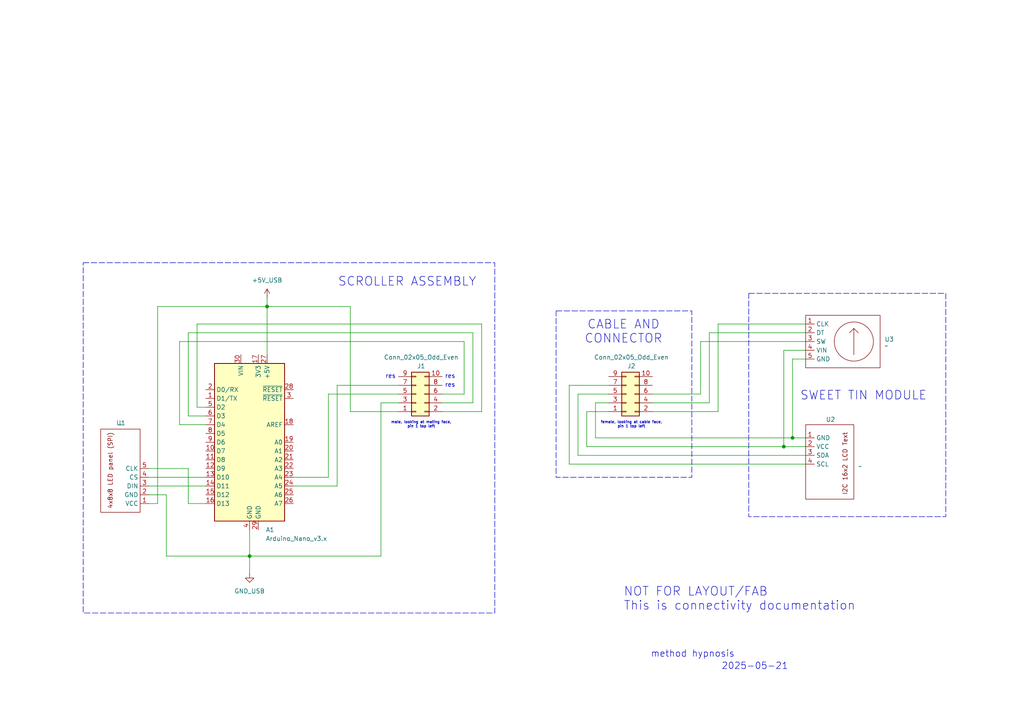
<source format=kicad_sch>
(kicad_sch (version 20250114) (generator "eeschema") (generator_version "9.0")
  (paper "A4")
  (lib_symbols
    (symbol "AlexH_personal:AZDelivery_4x8x8_LED_display_SPI"
      (property "Reference" "U" (at 0 0 0))
      (symbol "AZDelivery_4x8x8_LED_display_SPI_0_1"
        (rectangle (start -6.35 -2.54) (end 5.08 -26.67))
      )
      (symbol "AZDelivery_4x8x8_LED_display_SPI_1_1"
        (text "4x8x8 LED panel (SPI)" (at 2.286 -14.732 900) (effects (font (size 1.27 1.27))))
        (pin input line (at -8.89 -5.08 0) (length 2.54) (name "VCC") (number "1"))
        (pin input line (at -8.89 -7.62 0) (length 2.54) (name "GND") (number "2"))
        (pin input line (at -8.89 -10.16 0) (length 2.54) (name "DIN") (number "3"))
        (pin input line (at -8.89 -12.7 0) (length 2.54) (name "CS") (number "4"))
        (pin input line (at -8.89 -15.24 0) (length 2.54) (name "CLK") (number "5"))
      )
    )
    (symbol "AlexH_personal:AZDelivery_I2C_16x2_LCD_Text_Display"
      (property "Reference" "U" (at 0 0 0))
      (symbol "AZDelivery_I2C_16x2_LCD_Text_Display_0_1"
        (rectangle (start -2.54 -1.27) (end 11.43 -22.86))
      )
      (symbol "AZDelivery_I2C_16x2_LCD_Text_Display_1_1"
        (text "I2C 16x2 LCD Text" (at 8.89 -12.446 900) (effects (font (size 1.27 1.27))))
        (pin input line (at -2.54 -5.08 0) (length 2.54) (name "GND") (number "1"))
        (pin input line (at -2.54 -7.62 0) (length 2.54) (name "VCC") (number "2"))
        (pin input line (at -2.54 -10.16 0) (length 2.54) (name "SDA") (number "3"))
        (pin input line (at -2.54 -12.7 0) (length 2.54) (name "SCL") (number "4"))
      )
    )
    (symbol "AlexH_personal:Rotary_Encoded_SW_includes_pullups"
      (property "Reference" "U" (at 0 0 0))
      (symbol "Rotary_Encoded_SW_includes_pullups_0_1"
        (rectangle (start -10.16 -1.27) (end 11.43 -16.51))
        (polyline (pts (xy 2.54 -6.35) (xy 3.81 -5.08) (xy 5.08 -6.35)))
        (polyline (pts (xy 3.81 -5.08) (xy 3.81 -5.08)))
        (polyline (pts (xy 3.81 -5.08) (xy 3.81 -12.7)))
        (circle (center 3.81 -8.89) (radius 5.6796))
      )
      (symbol "Rotary_Encoded_SW_includes_pullups_1_1"
        (pin input line (at -10.16 -3.81 0) (length 2.54) (name "CLK") (number "1"))
        (pin input line (at -10.16 -6.35 0) (length 2.54) (name "DT") (number "2"))
        (pin input line (at -10.16 -8.89 0) (length 2.54) (name "SW") (number "3"))
        (pin input line (at -10.16 -11.43 0) (length 2.54) (name "VIN") (number "4"))
        (pin input line (at -10.16 -13.97 0) (length 2.54) (name "GND") (number "5"))
      )
    )
    (symbol "Connector_Generic:Conn_02x05_Odd_Even" (pin_names (offset 1.016) (hide yes))
      (property "Reference" "J" (at 1.27 7.62 0))
      (property "Value" "Conn_02x05_Odd_Even" (at 1.27 -7.62 0))
      (symbol "Conn_02x05_Odd_Even_1_1"
        (rectangle (start -1.27 6.35) (end 3.81 -6.35) (stroke (width 0.254)) (fill (type background)))
        (rectangle (start -1.27 5.207) (end 0 4.953) (stroke (width 0.1524)))
        (rectangle (start -1.27 2.667) (end 0 2.413) (stroke (width 0.1524)))
        (rectangle (start -1.27 0.127) (end 0 -0.127) (stroke (width 0.1524)))
        (rectangle (start -1.27 -2.413) (end 0 -2.667) (stroke (width 0.1524)))
        (rectangle (start -1.27 -4.953) (end 0 -5.207) (stroke (width 0.1524)))
        (rectangle (start 3.81 5.207) (end 2.54 4.953) (stroke (width 0.1524)))
        (rectangle (start 3.81 2.667) (end 2.54 2.413) (stroke (width 0.1524)))
        (rectangle (start 3.81 0.127) (end 2.54 -0.127) (stroke (width 0.1524)))
        (rectangle (start 3.81 -2.413) (end 2.54 -2.667) (stroke (width 0.1524)))
        (rectangle (start 3.81 -4.953) (end 2.54 -5.207) (stroke (width 0.1524)))
        (pin passive line (at -5.08 5.08 0) (length 3.81) (name "Pin_1") (number "1"))
        (pin passive line (at -5.08 2.54 0) (length 3.81) (name "Pin_3") (number "3"))
        (pin passive line (at -5.08 0 0) (length 3.81) (name "Pin_5") (number "5"))
        (pin passive line (at -5.08 -2.54 0) (length 3.81) (name "Pin_7") (number "7"))
        (pin passive line (at -5.08 -5.08 0) (length 3.81) (name "Pin_9") (number "9"))
        (pin passive line (at 7.62 5.08 180) (length 3.81) (name "Pin_2") (number "2"))
        (pin passive line (at 7.62 2.54 180) (length 3.81) (name "Pin_4") (number "4"))
        (pin passive line (at 7.62 0 180) (length 3.81) (name "Pin_6") (number "6"))
        (pin passive line (at 7.62 -2.54 180) (length 3.81) (name "Pin_8") (number "8"))
        (pin passive line (at 7.62 -5.08 180) (length 3.81) (name "Pin_10") (number "10"))
      )
    )
    (symbol "MCU_Module:Arduino_Nano_v3.x"
      (property "Reference" "A" (at -10.16 23.495 0))
      (property "Value" "Arduino_Nano_v3.x" (at 5.08 -24.13 0))
      (symbol "Arduino_Nano_v3.x_0_1"
        (rectangle (start -10.16 22.86) (end 10.16 -22.86) (stroke (width 0.254)) (fill (type background)))
      )
      (symbol "Arduino_Nano_v3.x_1_1"
        (pin bidirectional line (at -12.7 15.24 0) (length 2.54) (name "D0/RX") (number "2"))
        (pin bidirectional line (at -12.7 12.7 0) (length 2.54) (name "D1/TX") (number "1"))
        (pin bidirectional line (at -12.7 10.16 0) (length 2.54) (name "D2") (number "5"))
        (pin bidirectional line (at -12.7 7.62 0) (length 2.54) (name "D3") (number "6"))
        (pin bidirectional line (at -12.7 5.08 0) (length 2.54) (name "D4") (number "7"))
        (pin bidirectional line (at -12.7 2.54 0) (length 2.54) (name "D5") (number "8"))
        (pin bidirectional line (at -12.7 0 0) (length 2.54) (name "D6") (number "9"))
        (pin bidirectional line (at -12.7 -2.54 0) (length 2.54) (name "D7") (number "10"))
        (pin bidirectional line (at -12.7 -5.08 0) (length 2.54) (name "D8") (number "11"))
        (pin bidirectional line (at -12.7 -7.62 0) (length 2.54) (name "D9") (number "12"))
        (pin bidirectional line (at -12.7 -10.16 0) (length 2.54) (name "D10") (number "13"))
        (pin bidirectional line (at -12.7 -12.7 0) (length 2.54) (name "D11") (number "14"))
        (pin bidirectional line (at -12.7 -15.24 0) (length 2.54) (name "D12") (number "15"))
        (pin bidirectional line (at -12.7 -17.78 0) (length 2.54) (name "D13") (number "16"))
        (pin power_in line (at -2.54 25.4 270) (length 2.54) (name "VIN") (number "30"))
        (pin power_in line (at 0 -25.4 90) (length 2.54) (name "GND") (number "4"))
        (pin power_out line (at 2.54 25.4 270) (length 2.54) (name "3V3") (number "17"))
        (pin power_in line (at 2.54 -25.4 90) (length 2.54) (name "GND") (number "29"))
        (pin power_out line (at 5.08 25.4 270) (length 2.54) (name "+5V") (number "27"))
        (pin input line (at 12.7 15.24 180) (length 2.54) (name "~{RESET}") (number "28"))
        (pin input line (at 12.7 12.7 180) (length 2.54) (name "~{RESET}") (number "3"))
        (pin input line (at 12.7 5.08 180) (length 2.54) (name "AREF") (number "18"))
        (pin bidirectional line (at 12.7 0 180) (length 2.54) (name "A0") (number "19"))
        (pin bidirectional line (at 12.7 -2.54 180) (length 2.54) (name "A1") (number "20"))
        (pin bidirectional line (at 12.7 -5.08 180) (length 2.54) (name "A2") (number "21"))
        (pin bidirectional line (at 12.7 -7.62 180) (length 2.54) (name "A3") (number "22"))
        (pin bidirectional line (at 12.7 -10.16 180) (length 2.54) (name "A4") (number "23"))
        (pin bidirectional line (at 12.7 -12.7 180) (length 2.54) (name "A5") (number "24"))
        (pin bidirectional line (at 12.7 -15.24 180) (length 2.54) (name "A6") (number "25"))
        (pin bidirectional line (at 12.7 -17.78 180) (length 2.54) (name "A7") (number "26"))
      )
    )
    (symbol "power:+5V" (power) (pin_numbers (hide yes)) (pin_names (offset 0) (hide yes))
      (property "Value" "+5V" (at 0 3.556 0))
      (symbol "+5V_0_1"
        (polyline (pts (xy -0.762 1.27) (xy 0 2.54)))
        (polyline (pts (xy 0 2.54) (xy 0.762 1.27)))
        (polyline (pts (xy 0 0) (xy 0 2.54)))
      )
      (symbol "+5V_1_1"
        (pin power_in line (at 0 0 90) (length 0) (name "~") (number "1"))
      )
    )
    (symbol "power:GND" (power) (pin_numbers (hide yes)) (pin_names (offset 0) (hide yes))
      (property "Value" "GND" (at 0 -3.81 0))
      (symbol "GND_0_1"
        (polyline (pts (xy 0 0) (xy 0 -1.27) (xy 1.27 -1.27) (xy 0 -2.54) (xy -1.27 -1.27) (xy 0 -1.27)))
      )
      (symbol "GND_1_1"
        (pin power_in line (at 0 0 270) (length 0) (name "~") (number "1"))
      )
    )
  )
  (rectangle (start 24.13 76.2) (end 143.51 177.8) (stroke (width 0) (type dash)))
  (rectangle (start 217.17 85.09) (end 274.32 149.86) (stroke (width 0) (type dash)))
  (rectangle (start 161.29 90.17) (end 200.66 138.43) (stroke (width 0) (type dash)))
  (text "female, looking at cable face,\npin 1 top left" (at 183.134 123.19 0) (effects (font (size 0.762 0.762))))
  (text "res" (at 130.556 109.22 0) (effects (font (size 1.27 1.27))))
  (text "NOT FOR LAYOUT/FAB\nThis is connectivity documentation" (at 180.848 173.736 0) (effects (font (size 2.54 2.54)) (justify left)))
  (text "male, looking at mating face,\npin 1 top left" (at 122.174 123.19 0) (effects (font (size 0.762 0.762))))
  (text "method hypnosis" (at 200.914 189.738 0) (effects (font (size 1.905 1.905))))
  (text "CABLE AND\nCONNECTOR" (at 180.848 96.266 0) (effects (font (size 2.54 2.54))))
  (text "2025-05-21" (at 218.948 193.294 0) (effects (font (size 1.905 1.905))))
  (text "res" (at 130.556 111.76 0) (effects (font (size 1.27 1.27))))
  (text "SCROLLER ASSEMBLY" (at 118.11 81.788 0) (effects (font (size 2.54 2.54))))
  (text "SWEET TIN MODULE" (at 250.444 114.808 0) (effects (font (size 2.54 2.54))))
  (text "res" (at 113.284 109.22 0) (effects (font (size 1.27 1.27))))
  (junction (at 229.87 127))
  (junction (at 72.39 161.29))
  (junction (at 227.33 129.54))
  (junction (at 77.47 88.9))
  (wire (pts (xy 45.72 88.9) (xy 77.47 88.9)))
  (wire (pts (xy 203.2 99.06) (xy 233.68 99.06)))
  (wire (pts (xy 189.23 114.3) (xy 203.2 114.3)))
  (wire (pts (xy 43.18 138.43) (xy 59.69 138.43)))
  (wire (pts (xy 128.27 114.3) (xy 134.62 114.3)))
  (wire (pts (xy 52.07 123.19) (xy 59.69 123.19)))
  (wire (pts (xy 115.57 116.84) (xy 110.49 116.84)))
  (wire (pts (xy 110.49 116.84) (xy 110.49 161.29)))
  (wire (pts (xy 45.72 146.05) (xy 45.72 88.9)))
  (wire (pts (xy 77.47 88.9) (xy 101.6 88.9)))
  (wire (pts (xy 97.79 111.76) (xy 115.57 111.76)))
  (wire (pts (xy 57.15 118.11) (xy 59.69 118.11)))
  (wire (pts (xy 97.79 140.97) (xy 97.79 111.76)))
  (wire (pts (xy 167.64 114.3) (xy 167.64 132.08)))
  (wire (pts (xy 72.39 161.29) (xy 72.39 166.37)))
  (wire (pts (xy 77.47 86.36) (xy 77.47 88.9)))
  (wire (pts (xy 139.7 93.98) (xy 57.15 93.98)))
  (wire (pts (xy 203.2 99.06) (xy 203.2 114.3)))
  (wire (pts (xy 165.1 134.62) (xy 233.68 134.62)))
  (wire (pts (xy 85.09 140.97) (xy 97.79 140.97)))
  (wire (pts (xy 205.74 116.84) (xy 205.74 96.52)))
  (wire (pts (xy 54.61 120.65) (xy 59.69 120.65)))
  (wire (pts (xy 167.64 132.08) (xy 233.68 132.08)))
  (wire (pts (xy 52.07 99.06) (xy 52.07 123.19)))
  (wire (pts (xy 176.53 114.3) (xy 167.64 114.3)))
  (wire (pts (xy 172.72 127) (xy 229.87 127)))
  (wire (pts (xy 54.61 146.05) (xy 54.61 135.89)))
  (wire (pts (xy 170.18 129.54) (xy 227.33 129.54)))
  (wire (pts (xy 172.72 116.84) (xy 172.72 127)))
  (wire (pts (xy 134.62 99.06) (xy 134.62 114.3)))
  (wire (pts (xy 208.28 119.38) (xy 208.28 93.98)))
  (wire (pts (xy 95.25 138.43) (xy 95.25 114.3)))
  (wire (pts (xy 101.6 88.9) (xy 101.6 119.38)))
  (wire (pts (xy 170.18 119.38) (xy 170.18 129.54)))
  (wire (pts (xy 54.61 96.52) (xy 54.61 120.65)))
  (wire (pts (xy 233.68 93.98) (xy 208.28 93.98)))
  (wire (pts (xy 189.23 119.38) (xy 208.28 119.38)))
  (wire (pts (xy 57.15 93.98) (xy 57.15 118.11)))
  (wire (pts (xy 43.18 143.51) (xy 48.26 143.51)))
  (wire (pts (xy 52.07 99.06) (xy 134.62 99.06)))
  (wire (pts (xy 59.69 146.05) (xy 54.61 146.05)))
  (wire (pts (xy 43.18 146.05) (xy 45.72 146.05)))
  (wire (pts (xy 101.6 119.38) (xy 115.57 119.38)))
  (wire (pts (xy 189.23 116.84) (xy 205.74 116.84)))
  (wire (pts (xy 176.53 116.84) (xy 172.72 116.84)))
  (wire (pts (xy 128.27 116.84) (xy 137.16 116.84)))
  (wire (pts (xy 176.53 119.38) (xy 170.18 119.38)))
  (wire (pts (xy 137.16 96.52) (xy 137.16 116.84)))
  (wire (pts (xy 229.87 104.14) (xy 229.87 127)))
  (wire (pts (xy 72.39 161.29) (xy 110.49 161.29)))
  (wire (pts (xy 205.74 96.52) (xy 233.68 96.52)))
  (wire (pts (xy 128.27 119.38) (xy 139.7 119.38)))
  (wire (pts (xy 48.26 161.29) (xy 72.39 161.29)))
  (wire (pts (xy 233.68 127) (xy 229.87 127)))
  (wire (pts (xy 54.61 96.52) (xy 137.16 96.52)))
  (wire (pts (xy 229.87 104.14) (xy 233.68 104.14)))
  (wire (pts (xy 95.25 114.3) (xy 115.57 114.3)))
  (wire (pts (xy 165.1 111.76) (xy 165.1 134.62)))
  (wire (pts (xy 233.68 129.54) (xy 227.33 129.54)))
  (wire (pts (xy 43.18 140.97) (xy 59.69 140.97)))
  (wire (pts (xy 48.26 143.51) (xy 48.26 161.29)))
  (wire (pts (xy 72.39 153.67) (xy 72.39 161.29)))
  (wire (pts (xy 77.47 88.9) (xy 77.47 102.87)))
  (wire (pts (xy 139.7 93.98) (xy 139.7 119.38)))
  (wire (pts (xy 85.09 138.43) (xy 95.25 138.43)))
  (wire (pts (xy 227.33 101.6) (xy 233.68 101.6)))
  (wire (pts (xy 43.18 135.89) (xy 54.61 135.89)))
  (wire (pts (xy 227.33 129.54) (xy 227.33 101.6)))
  (wire (pts (xy 176.53 111.76) (xy 165.1 111.76)))
  (symbol (lib_id "AlexH_personal:AZDelivery_I2C_16x2_LCD_Text_Display") (at 236.22 121.92 0) (unit 1)
    (property "Reference" "U2" (at 239.522 121.666 0) (effects (justify left)))
    (property "Value" "~" (at 248.92 135.255 0) (effects (justify left)))
  )
  (symbol (lib_id "MCU_Module:Arduino_Nano_v3.x") (at 72.39 128.27 0) (unit 1)
    (property "Reference" "A1" (at 77.0733 153.67 0) (effects (justify left)))
    (property "Value" "Arduino_Nano_v3.x" (at 77.0733 156.21 0) (effects (justify left)))
    (property "Footprint" "Module:Arduino_Nano" (effects (hide yes)))
    (property "Datasheet" "http://www.mouser.com/pdfdocs/Gravitech_Arduino_Nano3_0.pdf" (effects (hide yes)))
    (property "Description" "Arduino Nano v3.x" (effects (hide yes)))
  )
  (symbol (lib_id "power:GND") (at 72.39 166.37 0) (unit 1)
    (property "Reference" "#PWR02" (effects (hide yes)))
    (property "Value" "GND_USB" (at 72.39 171.45 0))
    (property "Description" "Power symbol creates a global label with name \"GND\" , ground" (effects (hide yes)))
  )
  (symbol (lib_id "power:+5V") (at 77.47 86.36 0) (unit 1)
    (property "Reference" "#PWR01" (effects (hide yes)))
    (property "Value" "+5V_USB" (at 77.47 81.28 0))
    (property "Description" "Power symbol creates a global label with name \"+5V\"" (effects (hide yes)))
  )
  (symbol (lib_id "Connector_Generic:Conn_02x05_Odd_Even") (at 181.61 114.3 0) (mirror x) (unit 1)
    (property "Reference" "J2" (at 183.134 106.172 0))
    (property "Value" "Conn_02x05_Odd_Even" (at 183.134 103.632 0))
    (property "Description" "Generic connector, double row, 02x05, odd/even pin numbering scheme (row 1 odd numbers, row 2 even numbers), script generated (kicad-library-utils/schlib/autogen/connector/)" (effects (hide yes)))
  )
  (symbol (lib_id "AlexH_personal:Rotary_Encoded_SW_includes_pullups") (at 243.84 90.17 0) (unit 1)
    (property "Reference" "U3" (at 256.54 98.4249 0) (effects (justify left)))
    (property "Value" "~" (at 256.54 100.33 0) (effects (justify left)))
  )
  (symbol (lib_id "AlexH_personal:AZDelivery_4x8x8_LED_display_SPI") (at 34.29 151.13 180) (unit 1)
    (property "Reference" "U1" (at 35.052 122.682 0))
    (property "Value" "~" (at 34.925 123.19 0))
  )
  (symbol (lib_id "Connector_Generic:Conn_02x05_Odd_Even") (at 120.65 114.3 0) (mirror x) (unit 1)
    (property "Reference" "J1" (at 122.174 106.172 0))
    (property "Value" "Conn_02x05_Odd_Even" (at 122.174 103.632 0))
    (property "Description" "Generic connector, double row, 02x05, odd/even pin numbering scheme (row 1 odd numbers, row 2 even numbers), script generated (kicad-library-utils/schlib/autogen/connector/)" (effects (hide yes)))
  )
)
</source>
